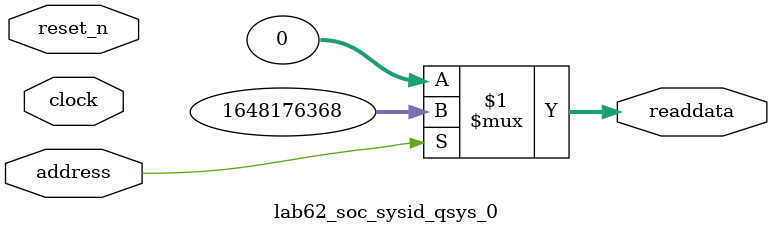
<source format=v>



// synthesis translate_off
`timescale 1ns / 1ps
// synthesis translate_on

// turn off superfluous verilog processor warnings 
// altera message_level Level1 
// altera message_off 10034 10035 10036 10037 10230 10240 10030 

module lab62_soc_sysid_qsys_0 (
               // inputs:
                address,
                clock,
                reset_n,

               // outputs:
                readdata
             )
;

  output  [ 31: 0] readdata;
  input            address;
  input            clock;
  input            reset_n;

  wire    [ 31: 0] readdata;
  //control_slave, which is an e_avalon_slave
  assign readdata = address ? 1648176368 : 0;

endmodule



</source>
